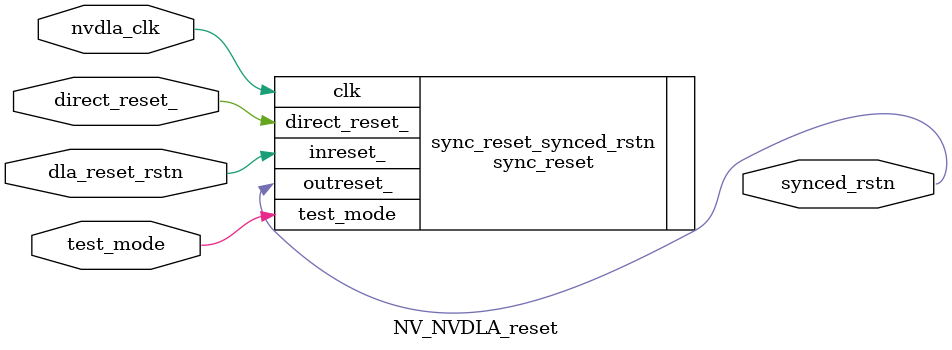
<source format=v>

module NV_NVDLA_reset (
   dla_reset_rstn //|< i
  ,direct_reset_ //|< i
  ,test_mode //|< i
  ,synced_rstn //|> o
  ,nvdla_clk //|< i
  );
//
// NV_NVDLA_reset_ports.v
//
input dla_reset_rstn;
input direct_reset_;
input test_mode;
output synced_rstn;
input nvdla_clk;
  sync_reset sync_reset_synced_rstn (
     .clk (nvdla_clk) //|< i
    ,.inreset_ (dla_reset_rstn) //|< i
    ,.direct_reset_ (direct_reset_) //|< i
    ,.test_mode (test_mode) //|< i
    ,.outreset_ (synced_rstn) //|> o
    );
//&Instance sync3d_reset u_vi_sync_reset;
// &Connect inreset_ dla_reset_rstn;
// &Connect test_mode test_mode;
// &Connect direct_reset_ direct_reset_;
// &Connect clk nvdla_clk;
// &Connect outreset_ synced_rstn;
endmodule // NV_NVDLA_reset

</source>
